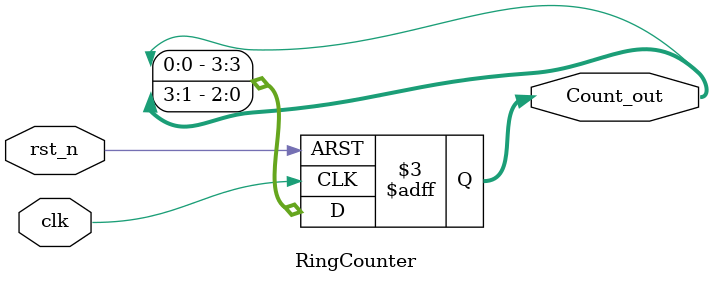
<source format=v>
module RingCounter #(parameter COUNT_WIDTH = 4)(
	input wire                   clk,
	input wire                   rst_n,
	output reg [COUNT_WIDTH-1:0] Count_out
);


	always @(posedge clk or negedge rst_n) begin
	    if (~rst_n) begin
	        Count_out <= {1'b1,{(COUNT_WIDTH-1){1'b0}}};
	    end
	    else begin
	          Count_out <= {Count_out[0],Count_out[(COUNT_WIDTH-1):1]};
	    end
	        
	end
	
endmodule : RingCounter

</source>
